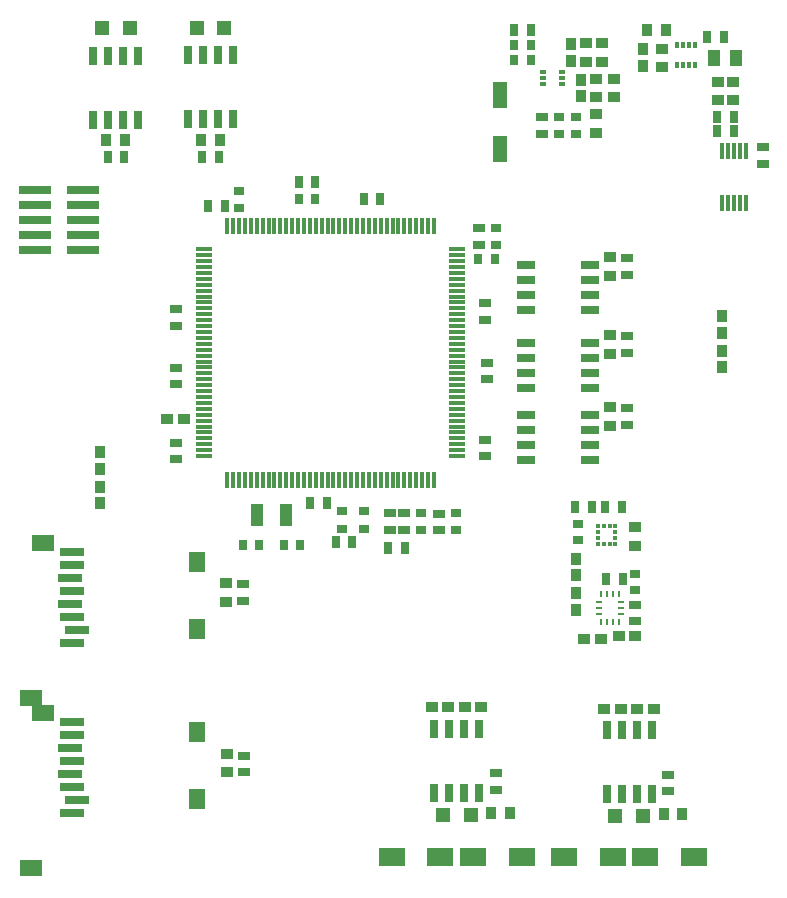
<source format=gtp>
G04*
G04 #@! TF.GenerationSoftware,Altium Limited,Altium Designer,25.0.2 (28)*
G04*
G04 Layer_Color=8421504*
%FSLAX25Y25*%
%MOIN*%
G70*
G04*
G04 #@! TF.SameCoordinates,92B628A6-D60A-4015-8E16-F054796CA4EE*
G04*
G04*
G04 #@! TF.FilePolarity,Positive*
G04*
G01*
G75*
%ADD15R,0.03740X0.03937*%
%ADD16R,0.03071X0.03858*%
%ADD17R,0.03937X0.03543*%
%ADD18R,0.03937X0.05512*%
%ADD19R,0.03858X0.03071*%
%ADD20R,0.01181X0.05807*%
%ADD21R,0.02559X0.06016*%
%ADD22R,0.08661X0.06102*%
%ADD23R,0.01181X0.05512*%
%ADD24R,0.06016X0.02559*%
%ADD25R,0.03543X0.03937*%
%ADD26R,0.01181X0.01870*%
%ADD27R,0.05807X0.01181*%
%ADD28R,0.03937X0.03740*%
%ADD29R,0.03701X0.02953*%
%ADD30R,0.01870X0.00984*%
%ADD31R,0.00984X0.01870*%
%ADD32R,0.01378X0.01181*%
%ADD33R,0.01181X0.01378*%
%ADD34R,0.04528X0.04528*%
%ADD35R,0.07874X0.03150*%
%ADD36R,0.05512X0.07087*%
%ADD37R,0.07480X0.05512*%
%ADD38R,0.10984X0.02913*%
%ADD39R,0.02953X0.03701*%
%ADD40R,0.01870X0.01181*%
%ADD41R,0.04724X0.08858*%
%ADD42R,0.03543X0.03150*%
%ADD43R,0.04331X0.07480*%
D15*
X169809Y54200D02*
D03*
X163509D02*
D03*
X220984Y53900D02*
D03*
X227283D02*
D03*
X240500Y219956D02*
D03*
Y214444D02*
D03*
X240500Y202844D02*
D03*
Y208356D02*
D03*
X214031Y308937D02*
D03*
Y303425D02*
D03*
X191644Y122144D02*
D03*
Y127656D02*
D03*
Y139156D02*
D03*
Y133644D02*
D03*
X35256Y278532D02*
D03*
X41555D02*
D03*
X73055D02*
D03*
X66756D02*
D03*
X33200Y163056D02*
D03*
Y157544D02*
D03*
X33200Y169044D02*
D03*
Y174556D02*
D03*
X193500Y298756D02*
D03*
Y293244D02*
D03*
X189993Y310640D02*
D03*
Y305128D02*
D03*
D16*
X244324Y281603D02*
D03*
X238812D02*
D03*
X244324Y286303D02*
D03*
X238812D02*
D03*
X235531Y313090D02*
D03*
X241043D02*
D03*
X108756Y157500D02*
D03*
X207359Y132200D02*
D03*
X201847D02*
D03*
X196993Y156247D02*
D03*
X191481D02*
D03*
X201581D02*
D03*
X207093D02*
D03*
X129244Y142500D02*
D03*
X134756D02*
D03*
X126500Y259000D02*
D03*
X120988D02*
D03*
X117256Y144500D02*
D03*
X111744D02*
D03*
X35649Y273032D02*
D03*
X41161D02*
D03*
X103244Y157500D02*
D03*
X74756Y256500D02*
D03*
X69244D02*
D03*
X99444Y264700D02*
D03*
X104956D02*
D03*
X72661Y273032D02*
D03*
X67150D02*
D03*
X176734Y315325D02*
D03*
X171222D02*
D03*
D17*
X239000Y298149D02*
D03*
Y291850D02*
D03*
X220474Y309134D02*
D03*
Y302835D02*
D03*
X244000Y291850D02*
D03*
Y298149D02*
D03*
X194982Y311034D02*
D03*
Y304734D02*
D03*
X204500Y299149D02*
D03*
Y292850D02*
D03*
X198500Y292850D02*
D03*
Y299150D02*
D03*
D18*
X237760Y306000D02*
D03*
X245240D02*
D03*
D19*
X254000Y276256D02*
D03*
Y270744D02*
D03*
X222400Y67156D02*
D03*
Y61644D02*
D03*
X165000Y67556D02*
D03*
Y62044D02*
D03*
X208700Y207744D02*
D03*
Y213256D02*
D03*
Y233744D02*
D03*
Y239256D02*
D03*
X211600Y118188D02*
D03*
Y123700D02*
D03*
X146002Y148642D02*
D03*
Y154154D02*
D03*
X129700Y148744D02*
D03*
Y154256D02*
D03*
X134601Y148686D02*
D03*
Y154198D02*
D03*
X161500Y218744D02*
D03*
Y224256D02*
D03*
Y178756D02*
D03*
Y173244D02*
D03*
X159300Y243744D02*
D03*
Y249256D02*
D03*
X58500Y197244D02*
D03*
Y202756D02*
D03*
Y172244D02*
D03*
Y177756D02*
D03*
X162000Y204456D02*
D03*
Y198944D02*
D03*
X58500Y216744D02*
D03*
Y222256D02*
D03*
X208700Y189256D02*
D03*
Y183744D02*
D03*
X81117Y67874D02*
D03*
Y73386D02*
D03*
X80917Y125074D02*
D03*
Y130586D02*
D03*
X180380Y286256D02*
D03*
Y280744D02*
D03*
D20*
X118834Y250043D02*
D03*
X116865D02*
D03*
X114897D02*
D03*
X105054D02*
D03*
X107023D02*
D03*
X108991D02*
D03*
X110960D02*
D03*
X112928D02*
D03*
X97180Y165492D02*
D03*
X75527D02*
D03*
X77495D02*
D03*
X79464D02*
D03*
X81432D02*
D03*
X83401D02*
D03*
X85369D02*
D03*
X87338D02*
D03*
X89306D02*
D03*
X91275D02*
D03*
X93243D02*
D03*
X95212D02*
D03*
X99149D02*
D03*
X101117D02*
D03*
X103086D02*
D03*
X105054D02*
D03*
X107023D02*
D03*
X108991D02*
D03*
X110960D02*
D03*
X112928D02*
D03*
X114897D02*
D03*
X116865D02*
D03*
X118834D02*
D03*
X120802D02*
D03*
X122771D02*
D03*
X124739D02*
D03*
X126708D02*
D03*
X128676D02*
D03*
X130645D02*
D03*
X132613D02*
D03*
X134582D02*
D03*
X136550D02*
D03*
X138519D02*
D03*
X140487D02*
D03*
X142456D02*
D03*
X144424D02*
D03*
Y250043D02*
D03*
X142456D02*
D03*
X140487D02*
D03*
X138519D02*
D03*
X136550D02*
D03*
X134582D02*
D03*
X132613D02*
D03*
X130645D02*
D03*
X128676D02*
D03*
X126708D02*
D03*
X124739D02*
D03*
X122771D02*
D03*
X120802D02*
D03*
X103086D02*
D03*
X101117D02*
D03*
X99149D02*
D03*
X97180D02*
D03*
X95212D02*
D03*
X93243D02*
D03*
X91275D02*
D03*
X89306D02*
D03*
X87338D02*
D03*
X85369D02*
D03*
X83401D02*
D03*
X81432D02*
D03*
X79464D02*
D03*
X77495D02*
D03*
X75527D02*
D03*
D21*
X149525Y60842D02*
D03*
X154525D02*
D03*
X144525D02*
D03*
X159525D02*
D03*
X144525Y82188D02*
D03*
X149525D02*
D03*
X154525D02*
D03*
X159525D02*
D03*
X206962Y60527D02*
D03*
X211962D02*
D03*
X67406Y306855D02*
D03*
X72406D02*
D03*
X35906Y306705D02*
D03*
X40905D02*
D03*
X62406Y306855D02*
D03*
X77406D02*
D03*
Y285509D02*
D03*
X72406D02*
D03*
X62406D02*
D03*
X67406D02*
D03*
X30906Y306705D02*
D03*
X45906D02*
D03*
Y285358D02*
D03*
X40905D02*
D03*
X30906D02*
D03*
X35906D02*
D03*
X216962Y60527D02*
D03*
X201962Y81873D02*
D03*
X206962D02*
D03*
X211962D02*
D03*
X216962D02*
D03*
X201962Y60527D02*
D03*
D22*
X157604Y39700D02*
D03*
X130384D02*
D03*
X146525D02*
D03*
X231096D02*
D03*
X214954D02*
D03*
X187954D02*
D03*
X204096D02*
D03*
X173746D02*
D03*
D23*
X246405Y257577D02*
D03*
X248374D02*
D03*
X240500Y274900D02*
D03*
X242468D02*
D03*
X244437D02*
D03*
X248374D02*
D03*
X244437Y257577D02*
D03*
X246405Y274900D02*
D03*
X242468Y257577D02*
D03*
X240500D02*
D03*
D24*
X175027Y222000D02*
D03*
Y237000D02*
D03*
Y232000D02*
D03*
Y227000D02*
D03*
X196373Y222000D02*
D03*
Y227000D02*
D03*
Y232000D02*
D03*
Y237000D02*
D03*
Y211000D02*
D03*
Y206000D02*
D03*
Y201000D02*
D03*
Y196000D02*
D03*
X175027Y201000D02*
D03*
Y206000D02*
D03*
Y211000D02*
D03*
Y196000D02*
D03*
X196373Y187000D02*
D03*
Y182000D02*
D03*
Y177000D02*
D03*
Y172000D02*
D03*
X175027Y177000D02*
D03*
Y182000D02*
D03*
Y187000D02*
D03*
Y172000D02*
D03*
D25*
X221920Y315243D02*
D03*
X215621D02*
D03*
D26*
X231427Y310183D02*
D03*
Y303585D02*
D03*
X229458D02*
D03*
X227490D02*
D03*
X225521D02*
D03*
Y310183D02*
D03*
X227490D02*
D03*
X229458D02*
D03*
D27*
X152251Y196941D02*
D03*
Y194972D02*
D03*
Y193004D02*
D03*
X67700Y232374D02*
D03*
Y228437D02*
D03*
Y222532D02*
D03*
Y224500D02*
D03*
Y226469D02*
D03*
Y234343D02*
D03*
Y236311D02*
D03*
Y238280D02*
D03*
X152251Y173319D02*
D03*
Y175287D02*
D03*
Y177256D02*
D03*
Y179224D02*
D03*
Y181193D02*
D03*
Y183161D02*
D03*
Y185130D02*
D03*
Y187098D02*
D03*
Y189067D02*
D03*
Y191035D02*
D03*
Y198909D02*
D03*
Y200878D02*
D03*
Y202847D02*
D03*
Y204815D02*
D03*
Y206784D02*
D03*
Y208752D02*
D03*
Y210721D02*
D03*
Y212689D02*
D03*
Y214657D02*
D03*
Y216626D02*
D03*
Y218595D02*
D03*
Y220563D02*
D03*
Y222532D02*
D03*
Y224500D02*
D03*
Y226469D02*
D03*
Y228437D02*
D03*
Y230405D02*
D03*
Y232374D02*
D03*
Y234343D02*
D03*
Y236311D02*
D03*
Y238280D02*
D03*
Y240248D02*
D03*
Y242217D02*
D03*
X67700D02*
D03*
Y240248D02*
D03*
Y230405D02*
D03*
Y220563D02*
D03*
Y218595D02*
D03*
Y216626D02*
D03*
Y214657D02*
D03*
Y212689D02*
D03*
Y210721D02*
D03*
Y208752D02*
D03*
Y206784D02*
D03*
Y204815D02*
D03*
Y202847D02*
D03*
Y200878D02*
D03*
Y198909D02*
D03*
Y196941D02*
D03*
Y194972D02*
D03*
Y193004D02*
D03*
Y191035D02*
D03*
Y189067D02*
D03*
Y187098D02*
D03*
Y185130D02*
D03*
Y183161D02*
D03*
Y181193D02*
D03*
Y179224D02*
D03*
Y177256D02*
D03*
Y175287D02*
D03*
Y173319D02*
D03*
D28*
X203200Y233350D02*
D03*
Y239650D02*
D03*
X203200Y183350D02*
D03*
Y189649D02*
D03*
X206100Y113200D02*
D03*
X211612D02*
D03*
X200098Y112205D02*
D03*
X194587D02*
D03*
X211384Y143398D02*
D03*
Y149697D02*
D03*
X203200Y213650D02*
D03*
Y207350D02*
D03*
X75317Y67831D02*
D03*
Y74130D02*
D03*
X75217Y124680D02*
D03*
Y130980D02*
D03*
X200494Y310916D02*
D03*
Y304616D02*
D03*
X198524Y281004D02*
D03*
Y287303D02*
D03*
X61000Y185500D02*
D03*
X55488D02*
D03*
X154750Y89500D02*
D03*
X160261D02*
D03*
X143769D02*
D03*
X149281D02*
D03*
X212206Y89000D02*
D03*
X217718D02*
D03*
X206718D02*
D03*
X201206D02*
D03*
D29*
X140202Y154254D02*
D03*
Y148742D02*
D03*
X192481Y150787D02*
D03*
Y145276D02*
D03*
X211600Y134117D02*
D03*
Y128605D02*
D03*
X151701Y148686D02*
D03*
Y154198D02*
D03*
X79500Y261512D02*
D03*
Y256000D02*
D03*
X165000Y243744D02*
D03*
Y249256D02*
D03*
X191936Y286256D02*
D03*
Y280744D02*
D03*
X186036Y286256D02*
D03*
Y280744D02*
D03*
D30*
X199507Y120731D02*
D03*
Y122700D02*
D03*
Y124669D02*
D03*
X206693D02*
D03*
Y122700D02*
D03*
Y120731D02*
D03*
D31*
X200147Y127277D02*
D03*
X202116D02*
D03*
X204084D02*
D03*
X206053D02*
D03*
Y118123D02*
D03*
X204084D02*
D03*
X202116D02*
D03*
X200147D02*
D03*
D32*
X199032Y146063D02*
D03*
Y148031D02*
D03*
X204937D02*
D03*
Y146063D02*
D03*
D33*
X199032Y150000D02*
D03*
X201000D02*
D03*
X202969D02*
D03*
X204937D02*
D03*
Y144094D02*
D03*
X202969D02*
D03*
X201000D02*
D03*
X199032D02*
D03*
D34*
X204874Y53200D02*
D03*
X214126D02*
D03*
X147399Y53700D02*
D03*
X156651D02*
D03*
X65374Y316000D02*
D03*
X74626D02*
D03*
X33874D02*
D03*
X43126D02*
D03*
D35*
X23917Y54230D02*
D03*
X25492Y58561D02*
D03*
X23917Y62892D02*
D03*
X23130Y67222D02*
D03*
X23917Y71553D02*
D03*
Y80214D02*
D03*
Y84545D02*
D03*
X23130Y75884D02*
D03*
X23917Y141245D02*
D03*
Y136914D02*
D03*
Y128253D02*
D03*
X23130Y123922D02*
D03*
X23917Y119591D02*
D03*
X25492Y115261D02*
D03*
X23917Y110930D02*
D03*
X23130Y132584D02*
D03*
D36*
X65453Y58915D02*
D03*
Y81356D02*
D03*
Y138056D02*
D03*
Y115615D02*
D03*
D37*
X10138Y35884D02*
D03*
X14075Y87655D02*
D03*
X10138Y92584D02*
D03*
X14075Y144355D02*
D03*
D38*
X27559Y241969D02*
D03*
Y246969D02*
D03*
X11535D02*
D03*
X27559Y251969D02*
D03*
Y256969D02*
D03*
Y261969D02*
D03*
X11535D02*
D03*
Y241969D02*
D03*
Y256969D02*
D03*
Y251969D02*
D03*
D39*
X159244Y239000D02*
D03*
X164756D02*
D03*
X99388Y259000D02*
D03*
X104900D02*
D03*
X86156Y143600D02*
D03*
X80644D02*
D03*
X94444Y143600D02*
D03*
X99956D02*
D03*
X176734Y310325D02*
D03*
X171222D02*
D03*
X176734Y305325D02*
D03*
X171222D02*
D03*
D40*
X180663Y297227D02*
D03*
Y301164D02*
D03*
X187261Y297227D02*
D03*
Y299195D02*
D03*
Y301164D02*
D03*
X180663Y299195D02*
D03*
D41*
X166395Y293739D02*
D03*
Y275629D02*
D03*
D42*
X113858Y149146D02*
D03*
X121142Y154854D02*
D03*
X113858D02*
D03*
X121142Y149146D02*
D03*
D43*
X95212Y153644D02*
D03*
X85369D02*
D03*
M02*

</source>
